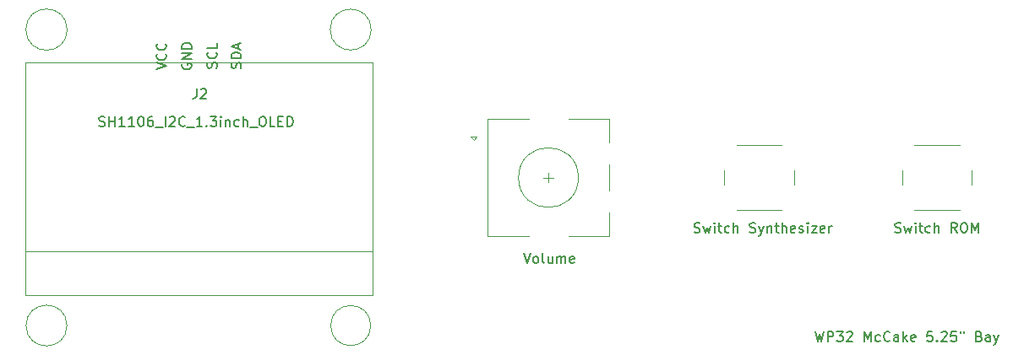
<source format=gbr>
%TF.GenerationSoftware,KiCad,Pcbnew,(5.1.10)-1*%
%TF.CreationDate,2021-07-03T16:07:00+02:00*%
%TF.ProjectId,mccake-5.25-inch-bay,6d636361-6b65-42d3-952e-32352d696e63,rev?*%
%TF.SameCoordinates,Original*%
%TF.FileFunction,Legend,Top*%
%TF.FilePolarity,Positive*%
%FSLAX46Y46*%
G04 Gerber Fmt 4.6, Leading zero omitted, Abs format (unit mm)*
G04 Created by KiCad (PCBNEW (5.1.10)-1) date 2021-07-03 16:07:00*
%MOMM*%
%LPD*%
G01*
G04 APERTURE LIST*
%ADD10C,0.150000*%
%ADD11C,0.120000*%
G04 APERTURE END LIST*
D10*
X203153523Y-109434380D02*
X203391619Y-110434380D01*
X203582095Y-109720095D01*
X203772571Y-110434380D01*
X204010666Y-109434380D01*
X204391619Y-110434380D02*
X204391619Y-109434380D01*
X204772571Y-109434380D01*
X204867809Y-109482000D01*
X204915428Y-109529619D01*
X204963047Y-109624857D01*
X204963047Y-109767714D01*
X204915428Y-109862952D01*
X204867809Y-109910571D01*
X204772571Y-109958190D01*
X204391619Y-109958190D01*
X205296380Y-109434380D02*
X205915428Y-109434380D01*
X205582095Y-109815333D01*
X205724952Y-109815333D01*
X205820190Y-109862952D01*
X205867809Y-109910571D01*
X205915428Y-110005809D01*
X205915428Y-110243904D01*
X205867809Y-110339142D01*
X205820190Y-110386761D01*
X205724952Y-110434380D01*
X205439238Y-110434380D01*
X205344000Y-110386761D01*
X205296380Y-110339142D01*
X206296380Y-109529619D02*
X206344000Y-109482000D01*
X206439238Y-109434380D01*
X206677333Y-109434380D01*
X206772571Y-109482000D01*
X206820190Y-109529619D01*
X206867809Y-109624857D01*
X206867809Y-109720095D01*
X206820190Y-109862952D01*
X206248761Y-110434380D01*
X206867809Y-110434380D01*
X208058285Y-110434380D02*
X208058285Y-109434380D01*
X208391619Y-110148666D01*
X208724952Y-109434380D01*
X208724952Y-110434380D01*
X209629714Y-110386761D02*
X209534476Y-110434380D01*
X209344000Y-110434380D01*
X209248761Y-110386761D01*
X209201142Y-110339142D01*
X209153523Y-110243904D01*
X209153523Y-109958190D01*
X209201142Y-109862952D01*
X209248761Y-109815333D01*
X209344000Y-109767714D01*
X209534476Y-109767714D01*
X209629714Y-109815333D01*
X210629714Y-110339142D02*
X210582095Y-110386761D01*
X210439238Y-110434380D01*
X210344000Y-110434380D01*
X210201142Y-110386761D01*
X210105904Y-110291523D01*
X210058285Y-110196285D01*
X210010666Y-110005809D01*
X210010666Y-109862952D01*
X210058285Y-109672476D01*
X210105904Y-109577238D01*
X210201142Y-109482000D01*
X210344000Y-109434380D01*
X210439238Y-109434380D01*
X210582095Y-109482000D01*
X210629714Y-109529619D01*
X211486857Y-110434380D02*
X211486857Y-109910571D01*
X211439238Y-109815333D01*
X211344000Y-109767714D01*
X211153523Y-109767714D01*
X211058285Y-109815333D01*
X211486857Y-110386761D02*
X211391619Y-110434380D01*
X211153523Y-110434380D01*
X211058285Y-110386761D01*
X211010666Y-110291523D01*
X211010666Y-110196285D01*
X211058285Y-110101047D01*
X211153523Y-110053428D01*
X211391619Y-110053428D01*
X211486857Y-110005809D01*
X211963047Y-110434380D02*
X211963047Y-109434380D01*
X212058285Y-110053428D02*
X212344000Y-110434380D01*
X212344000Y-109767714D02*
X211963047Y-110148666D01*
X213153523Y-110386761D02*
X213058285Y-110434380D01*
X212867809Y-110434380D01*
X212772571Y-110386761D01*
X212724952Y-110291523D01*
X212724952Y-109910571D01*
X212772571Y-109815333D01*
X212867809Y-109767714D01*
X213058285Y-109767714D01*
X213153523Y-109815333D01*
X213201142Y-109910571D01*
X213201142Y-110005809D01*
X212724952Y-110101047D01*
X214867809Y-109434380D02*
X214391619Y-109434380D01*
X214344000Y-109910571D01*
X214391619Y-109862952D01*
X214486857Y-109815333D01*
X214724952Y-109815333D01*
X214820190Y-109862952D01*
X214867809Y-109910571D01*
X214915428Y-110005809D01*
X214915428Y-110243904D01*
X214867809Y-110339142D01*
X214820190Y-110386761D01*
X214724952Y-110434380D01*
X214486857Y-110434380D01*
X214391619Y-110386761D01*
X214344000Y-110339142D01*
X215344000Y-110339142D02*
X215391619Y-110386761D01*
X215344000Y-110434380D01*
X215296380Y-110386761D01*
X215344000Y-110339142D01*
X215344000Y-110434380D01*
X215772571Y-109529619D02*
X215820190Y-109482000D01*
X215915428Y-109434380D01*
X216153523Y-109434380D01*
X216248761Y-109482000D01*
X216296380Y-109529619D01*
X216344000Y-109624857D01*
X216344000Y-109720095D01*
X216296380Y-109862952D01*
X215724952Y-110434380D01*
X216344000Y-110434380D01*
X217248761Y-109434380D02*
X216772571Y-109434380D01*
X216724952Y-109910571D01*
X216772571Y-109862952D01*
X216867809Y-109815333D01*
X217105904Y-109815333D01*
X217201142Y-109862952D01*
X217248761Y-109910571D01*
X217296380Y-110005809D01*
X217296380Y-110243904D01*
X217248761Y-110339142D01*
X217201142Y-110386761D01*
X217105904Y-110434380D01*
X216867809Y-110434380D01*
X216772571Y-110386761D01*
X216724952Y-110339142D01*
X217677333Y-109434380D02*
X217677333Y-109624857D01*
X218058285Y-109434380D02*
X218058285Y-109624857D01*
X219582095Y-109910571D02*
X219724952Y-109958190D01*
X219772571Y-110005809D01*
X219820190Y-110101047D01*
X219820190Y-110243904D01*
X219772571Y-110339142D01*
X219724952Y-110386761D01*
X219629714Y-110434380D01*
X219248761Y-110434380D01*
X219248761Y-109434380D01*
X219582095Y-109434380D01*
X219677333Y-109482000D01*
X219724952Y-109529619D01*
X219772571Y-109624857D01*
X219772571Y-109720095D01*
X219724952Y-109815333D01*
X219677333Y-109862952D01*
X219582095Y-109910571D01*
X219248761Y-109910571D01*
X220677333Y-110434380D02*
X220677333Y-109910571D01*
X220629714Y-109815333D01*
X220534476Y-109767714D01*
X220343999Y-109767714D01*
X220248761Y-109815333D01*
X220677333Y-110386761D02*
X220582095Y-110434380D01*
X220343999Y-110434380D01*
X220248761Y-110386761D01*
X220201142Y-110291523D01*
X220201142Y-110196285D01*
X220248761Y-110101047D01*
X220343999Y-110053428D01*
X220582095Y-110053428D01*
X220677333Y-110005809D01*
X221058285Y-109767714D02*
X221296380Y-110434380D01*
X221534476Y-109767714D02*
X221296380Y-110434380D01*
X221201142Y-110672476D01*
X221153523Y-110720095D01*
X221058285Y-110767714D01*
D11*
%TO.C,J2*%
X158750000Y-105791000D02*
X158750000Y-82423000D01*
X123952000Y-105791000D02*
X158750000Y-105791000D01*
X123952000Y-101346000D02*
X158750000Y-101346000D01*
X123952000Y-82423000D02*
X158750000Y-82423000D01*
X123952000Y-82423000D02*
X123952000Y-105791000D01*
X158642748Y-79121000D02*
G75*
G03*
X158642748Y-79121000I-2051748J0D01*
G01*
X128178410Y-79121000D02*
G75*
G03*
X128178410Y-79121000I-2067410J0D01*
G01*
X128158813Y-108839000D02*
G75*
G03*
X128158813Y-108839000I-2047813J0D01*
G01*
X158599046Y-108839000D02*
G75*
G03*
X158599046Y-108839000I-2008046J0D01*
G01*
%TO.C,Switch Synthesizer*%
X195250000Y-97230000D02*
X199750000Y-97230000D01*
X194000000Y-93230000D02*
X194000000Y-94730000D01*
X199750000Y-90730000D02*
X195250000Y-90730000D01*
X201000000Y-94730000D02*
X201000000Y-93230000D01*
%TO.C,Switch ROM*%
X218840000Y-94730000D02*
X218840000Y-93230000D01*
X217590000Y-90730000D02*
X213090000Y-90730000D01*
X211840000Y-93230000D02*
X211840000Y-94730000D01*
X213090000Y-97230000D02*
X217590000Y-97230000D01*
%TO.C,Volume*%
X179410000Y-93980000D02*
G75*
G03*
X179410000Y-93980000I-3000000J0D01*
G01*
X178410000Y-88080000D02*
X182510000Y-88080000D01*
X182510000Y-99880000D02*
X178410000Y-99880000D01*
X174410000Y-99880000D02*
X170310000Y-99880000D01*
X174410000Y-88080000D02*
X170310000Y-88080000D01*
X170310000Y-88080000D02*
X170310000Y-99880000D01*
X168910000Y-90180000D02*
X168610000Y-89880000D01*
X168610000Y-89880000D02*
X169210000Y-89880000D01*
X169210000Y-89880000D02*
X168910000Y-90180000D01*
X182510000Y-88080000D02*
X182510000Y-90480000D01*
X182510000Y-92680000D02*
X182510000Y-95280000D01*
X182510000Y-97480000D02*
X182510000Y-99880000D01*
X176410000Y-93480000D02*
X176410000Y-94480000D01*
X175910000Y-93980000D02*
X176910000Y-93980000D01*
%TO.C,J2*%
D10*
X141144666Y-85050380D02*
X141144666Y-85764666D01*
X141097047Y-85907523D01*
X141001809Y-86002761D01*
X140858952Y-86050380D01*
X140763714Y-86050380D01*
X141573238Y-85145619D02*
X141620857Y-85098000D01*
X141716095Y-85050380D01*
X141954190Y-85050380D01*
X142049428Y-85098000D01*
X142097047Y-85145619D01*
X142144666Y-85240857D01*
X142144666Y-85336095D01*
X142097047Y-85478952D01*
X141525619Y-86050380D01*
X142144666Y-86050380D01*
X131382714Y-88796761D02*
X131525571Y-88844380D01*
X131763666Y-88844380D01*
X131858904Y-88796761D01*
X131906523Y-88749142D01*
X131954142Y-88653904D01*
X131954142Y-88558666D01*
X131906523Y-88463428D01*
X131858904Y-88415809D01*
X131763666Y-88368190D01*
X131573190Y-88320571D01*
X131477952Y-88272952D01*
X131430333Y-88225333D01*
X131382714Y-88130095D01*
X131382714Y-88034857D01*
X131430333Y-87939619D01*
X131477952Y-87892000D01*
X131573190Y-87844380D01*
X131811285Y-87844380D01*
X131954142Y-87892000D01*
X132382714Y-88844380D02*
X132382714Y-87844380D01*
X132382714Y-88320571D02*
X132954142Y-88320571D01*
X132954142Y-88844380D02*
X132954142Y-87844380D01*
X133954142Y-88844380D02*
X133382714Y-88844380D01*
X133668428Y-88844380D02*
X133668428Y-87844380D01*
X133573190Y-87987238D01*
X133477952Y-88082476D01*
X133382714Y-88130095D01*
X134906523Y-88844380D02*
X134335095Y-88844380D01*
X134620809Y-88844380D02*
X134620809Y-87844380D01*
X134525571Y-87987238D01*
X134430333Y-88082476D01*
X134335095Y-88130095D01*
X135525571Y-87844380D02*
X135620809Y-87844380D01*
X135716047Y-87892000D01*
X135763666Y-87939619D01*
X135811285Y-88034857D01*
X135858904Y-88225333D01*
X135858904Y-88463428D01*
X135811285Y-88653904D01*
X135763666Y-88749142D01*
X135716047Y-88796761D01*
X135620809Y-88844380D01*
X135525571Y-88844380D01*
X135430333Y-88796761D01*
X135382714Y-88749142D01*
X135335095Y-88653904D01*
X135287476Y-88463428D01*
X135287476Y-88225333D01*
X135335095Y-88034857D01*
X135382714Y-87939619D01*
X135430333Y-87892000D01*
X135525571Y-87844380D01*
X136716047Y-87844380D02*
X136525571Y-87844380D01*
X136430333Y-87892000D01*
X136382714Y-87939619D01*
X136287476Y-88082476D01*
X136239857Y-88272952D01*
X136239857Y-88653904D01*
X136287476Y-88749142D01*
X136335095Y-88796761D01*
X136430333Y-88844380D01*
X136620809Y-88844380D01*
X136716047Y-88796761D01*
X136763666Y-88749142D01*
X136811285Y-88653904D01*
X136811285Y-88415809D01*
X136763666Y-88320571D01*
X136716047Y-88272952D01*
X136620809Y-88225333D01*
X136430333Y-88225333D01*
X136335095Y-88272952D01*
X136287476Y-88320571D01*
X136239857Y-88415809D01*
X137001761Y-88939619D02*
X137763666Y-88939619D01*
X138001761Y-88844380D02*
X138001761Y-87844380D01*
X138430333Y-87939619D02*
X138477952Y-87892000D01*
X138573190Y-87844380D01*
X138811285Y-87844380D01*
X138906523Y-87892000D01*
X138954142Y-87939619D01*
X139001761Y-88034857D01*
X139001761Y-88130095D01*
X138954142Y-88272952D01*
X138382714Y-88844380D01*
X139001761Y-88844380D01*
X140001761Y-88749142D02*
X139954142Y-88796761D01*
X139811285Y-88844380D01*
X139716047Y-88844380D01*
X139573190Y-88796761D01*
X139477952Y-88701523D01*
X139430333Y-88606285D01*
X139382714Y-88415809D01*
X139382714Y-88272952D01*
X139430333Y-88082476D01*
X139477952Y-87987238D01*
X139573190Y-87892000D01*
X139716047Y-87844380D01*
X139811285Y-87844380D01*
X139954142Y-87892000D01*
X140001761Y-87939619D01*
X140192238Y-88939619D02*
X140954142Y-88939619D01*
X141716047Y-88844380D02*
X141144619Y-88844380D01*
X141430333Y-88844380D02*
X141430333Y-87844380D01*
X141335095Y-87987238D01*
X141239857Y-88082476D01*
X141144619Y-88130095D01*
X142144619Y-88749142D02*
X142192238Y-88796761D01*
X142144619Y-88844380D01*
X142097000Y-88796761D01*
X142144619Y-88749142D01*
X142144619Y-88844380D01*
X142525571Y-87844380D02*
X143144619Y-87844380D01*
X142811285Y-88225333D01*
X142954142Y-88225333D01*
X143049380Y-88272952D01*
X143097000Y-88320571D01*
X143144619Y-88415809D01*
X143144619Y-88653904D01*
X143097000Y-88749142D01*
X143049380Y-88796761D01*
X142954142Y-88844380D01*
X142668428Y-88844380D01*
X142573190Y-88796761D01*
X142525571Y-88749142D01*
X143573190Y-88844380D02*
X143573190Y-88177714D01*
X143573190Y-87844380D02*
X143525571Y-87892000D01*
X143573190Y-87939619D01*
X143620809Y-87892000D01*
X143573190Y-87844380D01*
X143573190Y-87939619D01*
X144049380Y-88177714D02*
X144049380Y-88844380D01*
X144049380Y-88272952D02*
X144097000Y-88225333D01*
X144192238Y-88177714D01*
X144335095Y-88177714D01*
X144430333Y-88225333D01*
X144477952Y-88320571D01*
X144477952Y-88844380D01*
X145382714Y-88796761D02*
X145287476Y-88844380D01*
X145097000Y-88844380D01*
X145001761Y-88796761D01*
X144954142Y-88749142D01*
X144906523Y-88653904D01*
X144906523Y-88368190D01*
X144954142Y-88272952D01*
X145001761Y-88225333D01*
X145097000Y-88177714D01*
X145287476Y-88177714D01*
X145382714Y-88225333D01*
X145811285Y-88844380D02*
X145811285Y-87844380D01*
X146239857Y-88844380D02*
X146239857Y-88320571D01*
X146192238Y-88225333D01*
X146097000Y-88177714D01*
X145954142Y-88177714D01*
X145858904Y-88225333D01*
X145811285Y-88272952D01*
X146477952Y-88939619D02*
X147239857Y-88939619D01*
X147668428Y-87844380D02*
X147858904Y-87844380D01*
X147954142Y-87892000D01*
X148049380Y-87987238D01*
X148097000Y-88177714D01*
X148097000Y-88511047D01*
X148049380Y-88701523D01*
X147954142Y-88796761D01*
X147858904Y-88844380D01*
X147668428Y-88844380D01*
X147573190Y-88796761D01*
X147477952Y-88701523D01*
X147430333Y-88511047D01*
X147430333Y-88177714D01*
X147477952Y-87987238D01*
X147573190Y-87892000D01*
X147668428Y-87844380D01*
X149001761Y-88844380D02*
X148525571Y-88844380D01*
X148525571Y-87844380D01*
X149335095Y-88320571D02*
X149668428Y-88320571D01*
X149811285Y-88844380D02*
X149335095Y-88844380D01*
X149335095Y-87844380D01*
X149811285Y-87844380D01*
X150239857Y-88844380D02*
X150239857Y-87844380D01*
X150477952Y-87844380D01*
X150620809Y-87892000D01*
X150716047Y-87987238D01*
X150763666Y-88082476D01*
X150811285Y-88272952D01*
X150811285Y-88415809D01*
X150763666Y-88606285D01*
X150716047Y-88701523D01*
X150620809Y-88796761D01*
X150477952Y-88844380D01*
X150239857Y-88844380D01*
X145565761Y-83002285D02*
X145613380Y-82859428D01*
X145613380Y-82621333D01*
X145565761Y-82526095D01*
X145518142Y-82478476D01*
X145422904Y-82430857D01*
X145327666Y-82430857D01*
X145232428Y-82478476D01*
X145184809Y-82526095D01*
X145137190Y-82621333D01*
X145089571Y-82811809D01*
X145041952Y-82907047D01*
X144994333Y-82954666D01*
X144899095Y-83002285D01*
X144803857Y-83002285D01*
X144708619Y-82954666D01*
X144661000Y-82907047D01*
X144613380Y-82811809D01*
X144613380Y-82573714D01*
X144661000Y-82430857D01*
X145613380Y-82002285D02*
X144613380Y-82002285D01*
X144613380Y-81764190D01*
X144661000Y-81621333D01*
X144756238Y-81526095D01*
X144851476Y-81478476D01*
X145041952Y-81430857D01*
X145184809Y-81430857D01*
X145375285Y-81478476D01*
X145470523Y-81526095D01*
X145565761Y-81621333D01*
X145613380Y-81764190D01*
X145613380Y-82002285D01*
X145327666Y-81049904D02*
X145327666Y-80573714D01*
X145613380Y-81145142D02*
X144613380Y-80811809D01*
X145613380Y-80478476D01*
X143152761Y-82978476D02*
X143200380Y-82835619D01*
X143200380Y-82597523D01*
X143152761Y-82502285D01*
X143105142Y-82454666D01*
X143009904Y-82407047D01*
X142914666Y-82407047D01*
X142819428Y-82454666D01*
X142771809Y-82502285D01*
X142724190Y-82597523D01*
X142676571Y-82788000D01*
X142628952Y-82883238D01*
X142581333Y-82930857D01*
X142486095Y-82978476D01*
X142390857Y-82978476D01*
X142295619Y-82930857D01*
X142248000Y-82883238D01*
X142200380Y-82788000D01*
X142200380Y-82549904D01*
X142248000Y-82407047D01*
X143105142Y-81407047D02*
X143152761Y-81454666D01*
X143200380Y-81597523D01*
X143200380Y-81692761D01*
X143152761Y-81835619D01*
X143057523Y-81930857D01*
X142962285Y-81978476D01*
X142771809Y-82026095D01*
X142628952Y-82026095D01*
X142438476Y-81978476D01*
X142343238Y-81930857D01*
X142248000Y-81835619D01*
X142200380Y-81692761D01*
X142200380Y-81597523D01*
X142248000Y-81454666D01*
X142295619Y-81407047D01*
X143200380Y-80502285D02*
X143200380Y-80978476D01*
X142200380Y-80978476D01*
X139708000Y-82549904D02*
X139660380Y-82645142D01*
X139660380Y-82788000D01*
X139708000Y-82930857D01*
X139803238Y-83026095D01*
X139898476Y-83073714D01*
X140088952Y-83121333D01*
X140231809Y-83121333D01*
X140422285Y-83073714D01*
X140517523Y-83026095D01*
X140612761Y-82930857D01*
X140660380Y-82788000D01*
X140660380Y-82692761D01*
X140612761Y-82549904D01*
X140565142Y-82502285D01*
X140231809Y-82502285D01*
X140231809Y-82692761D01*
X140660380Y-82073714D02*
X139660380Y-82073714D01*
X140660380Y-81502285D01*
X139660380Y-81502285D01*
X140660380Y-81026095D02*
X139660380Y-81026095D01*
X139660380Y-80788000D01*
X139708000Y-80645142D01*
X139803238Y-80549904D01*
X139898476Y-80502285D01*
X140088952Y-80454666D01*
X140231809Y-80454666D01*
X140422285Y-80502285D01*
X140517523Y-80549904D01*
X140612761Y-80645142D01*
X140660380Y-80788000D01*
X140660380Y-81026095D01*
X137120380Y-83121333D02*
X138120380Y-82788000D01*
X137120380Y-82454666D01*
X138025142Y-81549904D02*
X138072761Y-81597523D01*
X138120380Y-81740380D01*
X138120380Y-81835619D01*
X138072761Y-81978476D01*
X137977523Y-82073714D01*
X137882285Y-82121333D01*
X137691809Y-82168952D01*
X137548952Y-82168952D01*
X137358476Y-82121333D01*
X137263238Y-82073714D01*
X137168000Y-81978476D01*
X137120380Y-81835619D01*
X137120380Y-81740380D01*
X137168000Y-81597523D01*
X137215619Y-81549904D01*
X138025142Y-80549904D02*
X138072761Y-80597523D01*
X138120380Y-80740380D01*
X138120380Y-80835619D01*
X138072761Y-80978476D01*
X137977523Y-81073714D01*
X137882285Y-81121333D01*
X137691809Y-81168952D01*
X137548952Y-81168952D01*
X137358476Y-81121333D01*
X137263238Y-81073714D01*
X137168000Y-80978476D01*
X137120380Y-80835619D01*
X137120380Y-80740380D01*
X137168000Y-80597523D01*
X137215619Y-80549904D01*
%TO.C,Switch Synthesizer*%
X191008857Y-99464761D02*
X191151714Y-99512380D01*
X191389809Y-99512380D01*
X191485047Y-99464761D01*
X191532666Y-99417142D01*
X191580285Y-99321904D01*
X191580285Y-99226666D01*
X191532666Y-99131428D01*
X191485047Y-99083809D01*
X191389809Y-99036190D01*
X191199333Y-98988571D01*
X191104095Y-98940952D01*
X191056476Y-98893333D01*
X191008857Y-98798095D01*
X191008857Y-98702857D01*
X191056476Y-98607619D01*
X191104095Y-98560000D01*
X191199333Y-98512380D01*
X191437428Y-98512380D01*
X191580285Y-98560000D01*
X191913619Y-98845714D02*
X192104095Y-99512380D01*
X192294571Y-99036190D01*
X192485047Y-99512380D01*
X192675523Y-98845714D01*
X193056476Y-99512380D02*
X193056476Y-98845714D01*
X193056476Y-98512380D02*
X193008857Y-98560000D01*
X193056476Y-98607619D01*
X193104095Y-98560000D01*
X193056476Y-98512380D01*
X193056476Y-98607619D01*
X193389809Y-98845714D02*
X193770761Y-98845714D01*
X193532666Y-98512380D02*
X193532666Y-99369523D01*
X193580285Y-99464761D01*
X193675523Y-99512380D01*
X193770761Y-99512380D01*
X194532666Y-99464761D02*
X194437428Y-99512380D01*
X194246952Y-99512380D01*
X194151714Y-99464761D01*
X194104095Y-99417142D01*
X194056476Y-99321904D01*
X194056476Y-99036190D01*
X194104095Y-98940952D01*
X194151714Y-98893333D01*
X194246952Y-98845714D01*
X194437428Y-98845714D01*
X194532666Y-98893333D01*
X194961238Y-99512380D02*
X194961238Y-98512380D01*
X195389809Y-99512380D02*
X195389809Y-98988571D01*
X195342190Y-98893333D01*
X195246952Y-98845714D01*
X195104095Y-98845714D01*
X195008857Y-98893333D01*
X194961238Y-98940952D01*
X196580285Y-99464761D02*
X196723142Y-99512380D01*
X196961238Y-99512380D01*
X197056476Y-99464761D01*
X197104095Y-99417142D01*
X197151714Y-99321904D01*
X197151714Y-99226666D01*
X197104095Y-99131428D01*
X197056476Y-99083809D01*
X196961238Y-99036190D01*
X196770761Y-98988571D01*
X196675523Y-98940952D01*
X196627904Y-98893333D01*
X196580285Y-98798095D01*
X196580285Y-98702857D01*
X196627904Y-98607619D01*
X196675523Y-98560000D01*
X196770761Y-98512380D01*
X197008857Y-98512380D01*
X197151714Y-98560000D01*
X197485047Y-98845714D02*
X197723142Y-99512380D01*
X197961238Y-98845714D02*
X197723142Y-99512380D01*
X197627904Y-99750476D01*
X197580285Y-99798095D01*
X197485047Y-99845714D01*
X198342190Y-98845714D02*
X198342190Y-99512380D01*
X198342190Y-98940952D02*
X198389809Y-98893333D01*
X198485047Y-98845714D01*
X198627904Y-98845714D01*
X198723142Y-98893333D01*
X198770761Y-98988571D01*
X198770761Y-99512380D01*
X199104095Y-98845714D02*
X199485047Y-98845714D01*
X199246952Y-98512380D02*
X199246952Y-99369523D01*
X199294571Y-99464761D01*
X199389809Y-99512380D01*
X199485047Y-99512380D01*
X199818380Y-99512380D02*
X199818380Y-98512380D01*
X200246952Y-99512380D02*
X200246952Y-98988571D01*
X200199333Y-98893333D01*
X200104095Y-98845714D01*
X199961238Y-98845714D01*
X199866000Y-98893333D01*
X199818380Y-98940952D01*
X201104095Y-99464761D02*
X201008857Y-99512380D01*
X200818380Y-99512380D01*
X200723142Y-99464761D01*
X200675523Y-99369523D01*
X200675523Y-98988571D01*
X200723142Y-98893333D01*
X200818380Y-98845714D01*
X201008857Y-98845714D01*
X201104095Y-98893333D01*
X201151714Y-98988571D01*
X201151714Y-99083809D01*
X200675523Y-99179047D01*
X201532666Y-99464761D02*
X201627904Y-99512380D01*
X201818380Y-99512380D01*
X201913619Y-99464761D01*
X201961238Y-99369523D01*
X201961238Y-99321904D01*
X201913619Y-99226666D01*
X201818380Y-99179047D01*
X201675523Y-99179047D01*
X201580285Y-99131428D01*
X201532666Y-99036190D01*
X201532666Y-98988571D01*
X201580285Y-98893333D01*
X201675523Y-98845714D01*
X201818380Y-98845714D01*
X201913619Y-98893333D01*
X202389809Y-99512380D02*
X202389809Y-98845714D01*
X202389809Y-98512380D02*
X202342190Y-98560000D01*
X202389809Y-98607619D01*
X202437428Y-98560000D01*
X202389809Y-98512380D01*
X202389809Y-98607619D01*
X202770761Y-98845714D02*
X203294571Y-98845714D01*
X202770761Y-99512380D01*
X203294571Y-99512380D01*
X204056476Y-99464761D02*
X203961238Y-99512380D01*
X203770761Y-99512380D01*
X203675523Y-99464761D01*
X203627904Y-99369523D01*
X203627904Y-98988571D01*
X203675523Y-98893333D01*
X203770761Y-98845714D01*
X203961238Y-98845714D01*
X204056476Y-98893333D01*
X204104095Y-98988571D01*
X204104095Y-99083809D01*
X203627904Y-99179047D01*
X204532666Y-99512380D02*
X204532666Y-98845714D01*
X204532666Y-99036190D02*
X204580285Y-98940952D01*
X204627904Y-98893333D01*
X204723142Y-98845714D01*
X204818380Y-98845714D01*
%TO.C,Switch ROM*%
X211149523Y-99464761D02*
X211292380Y-99512380D01*
X211530476Y-99512380D01*
X211625714Y-99464761D01*
X211673333Y-99417142D01*
X211720952Y-99321904D01*
X211720952Y-99226666D01*
X211673333Y-99131428D01*
X211625714Y-99083809D01*
X211530476Y-99036190D01*
X211340000Y-98988571D01*
X211244761Y-98940952D01*
X211197142Y-98893333D01*
X211149523Y-98798095D01*
X211149523Y-98702857D01*
X211197142Y-98607619D01*
X211244761Y-98560000D01*
X211340000Y-98512380D01*
X211578095Y-98512380D01*
X211720952Y-98560000D01*
X212054285Y-98845714D02*
X212244761Y-99512380D01*
X212435238Y-99036190D01*
X212625714Y-99512380D01*
X212816190Y-98845714D01*
X213197142Y-99512380D02*
X213197142Y-98845714D01*
X213197142Y-98512380D02*
X213149523Y-98560000D01*
X213197142Y-98607619D01*
X213244761Y-98560000D01*
X213197142Y-98512380D01*
X213197142Y-98607619D01*
X213530476Y-98845714D02*
X213911428Y-98845714D01*
X213673333Y-98512380D02*
X213673333Y-99369523D01*
X213720952Y-99464761D01*
X213816190Y-99512380D01*
X213911428Y-99512380D01*
X214673333Y-99464761D02*
X214578095Y-99512380D01*
X214387619Y-99512380D01*
X214292380Y-99464761D01*
X214244761Y-99417142D01*
X214197142Y-99321904D01*
X214197142Y-99036190D01*
X214244761Y-98940952D01*
X214292380Y-98893333D01*
X214387619Y-98845714D01*
X214578095Y-98845714D01*
X214673333Y-98893333D01*
X215101904Y-99512380D02*
X215101904Y-98512380D01*
X215530476Y-99512380D02*
X215530476Y-98988571D01*
X215482857Y-98893333D01*
X215387619Y-98845714D01*
X215244761Y-98845714D01*
X215149523Y-98893333D01*
X215101904Y-98940952D01*
X217340000Y-99512380D02*
X217006666Y-99036190D01*
X216768571Y-99512380D02*
X216768571Y-98512380D01*
X217149523Y-98512380D01*
X217244761Y-98560000D01*
X217292380Y-98607619D01*
X217340000Y-98702857D01*
X217340000Y-98845714D01*
X217292380Y-98940952D01*
X217244761Y-98988571D01*
X217149523Y-99036190D01*
X216768571Y-99036190D01*
X217959047Y-98512380D02*
X218149523Y-98512380D01*
X218244761Y-98560000D01*
X218340000Y-98655238D01*
X218387619Y-98845714D01*
X218387619Y-99179047D01*
X218340000Y-99369523D01*
X218244761Y-99464761D01*
X218149523Y-99512380D01*
X217959047Y-99512380D01*
X217863809Y-99464761D01*
X217768571Y-99369523D01*
X217720952Y-99179047D01*
X217720952Y-98845714D01*
X217768571Y-98655238D01*
X217863809Y-98560000D01*
X217959047Y-98512380D01*
X218816190Y-99512380D02*
X218816190Y-98512380D01*
X219149523Y-99226666D01*
X219482857Y-98512380D01*
X219482857Y-99512380D01*
%TO.C,Volume*%
X173934761Y-101560380D02*
X174268095Y-102560380D01*
X174601428Y-101560380D01*
X175077619Y-102560380D02*
X174982380Y-102512761D01*
X174934761Y-102465142D01*
X174887142Y-102369904D01*
X174887142Y-102084190D01*
X174934761Y-101988952D01*
X174982380Y-101941333D01*
X175077619Y-101893714D01*
X175220476Y-101893714D01*
X175315714Y-101941333D01*
X175363333Y-101988952D01*
X175410952Y-102084190D01*
X175410952Y-102369904D01*
X175363333Y-102465142D01*
X175315714Y-102512761D01*
X175220476Y-102560380D01*
X175077619Y-102560380D01*
X175982380Y-102560380D02*
X175887142Y-102512761D01*
X175839523Y-102417523D01*
X175839523Y-101560380D01*
X176791904Y-101893714D02*
X176791904Y-102560380D01*
X176363333Y-101893714D02*
X176363333Y-102417523D01*
X176410952Y-102512761D01*
X176506190Y-102560380D01*
X176649047Y-102560380D01*
X176744285Y-102512761D01*
X176791904Y-102465142D01*
X177268095Y-102560380D02*
X177268095Y-101893714D01*
X177268095Y-101988952D02*
X177315714Y-101941333D01*
X177410952Y-101893714D01*
X177553809Y-101893714D01*
X177649047Y-101941333D01*
X177696666Y-102036571D01*
X177696666Y-102560380D01*
X177696666Y-102036571D02*
X177744285Y-101941333D01*
X177839523Y-101893714D01*
X177982380Y-101893714D01*
X178077619Y-101941333D01*
X178125238Y-102036571D01*
X178125238Y-102560380D01*
X178982380Y-102512761D02*
X178887142Y-102560380D01*
X178696666Y-102560380D01*
X178601428Y-102512761D01*
X178553809Y-102417523D01*
X178553809Y-102036571D01*
X178601428Y-101941333D01*
X178696666Y-101893714D01*
X178887142Y-101893714D01*
X178982380Y-101941333D01*
X179030000Y-102036571D01*
X179030000Y-102131809D01*
X178553809Y-102227047D01*
%TD*%
M02*

</source>
